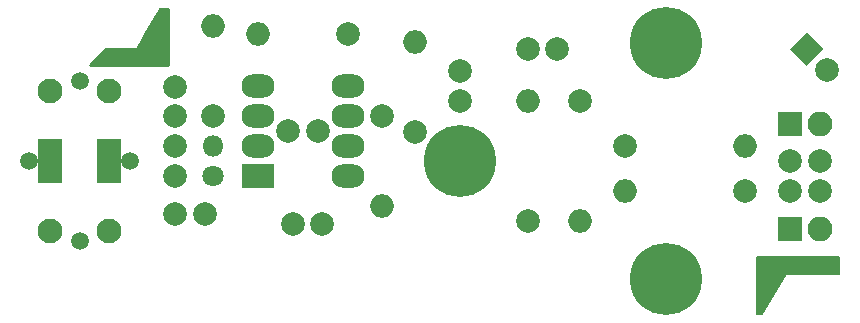
<source format=gbs>
G04 #@! TF.GenerationSoftware,KiCad,Pcbnew,(5.1.2-1)-1*
G04 #@! TF.CreationDate,2019-08-07T19:22:51+02:00*
G04 #@! TF.ProjectId,DIY_detector,4449595f-6465-4746-9563-746f722e6b69,V1.1*
G04 #@! TF.SameCoordinates,Original*
G04 #@! TF.FileFunction,Soldermask,Bot*
G04 #@! TF.FilePolarity,Negative*
%FSLAX46Y46*%
G04 Gerber Fmt 4.6, Leading zero omitted, Abs format (unit mm)*
G04 Created by KiCad (PCBNEW (5.1.2-1)-1) date 2019-08-07 19:22:51*
%MOMM*%
%LPD*%
G04 APERTURE LIST*
%ADD10R,2.100000X2.100000*%
%ADD11O,2.100000X2.100000*%
%ADD12C,2.000000*%
%ADD13O,2.000000X2.000000*%
%ADD14C,1.800000*%
%ADD15O,1.800000X1.800000*%
%ADD16R,2.800000X2.000000*%
%ADD17O,2.800000X2.000000*%
%ADD18C,0.100000*%
%ADD19C,6.100000*%
%ADD20C,2.100000*%
%ADD21C,1.500000*%
%ADD22C,0.150000*%
%ADD23C,0.254000*%
G04 APERTURE END LIST*
D10*
X165440000Y-118215000D03*
D11*
X167980000Y-118215000D03*
D10*
X165440000Y-109325000D03*
D11*
X167980000Y-109325000D03*
D12*
X151470000Y-111230000D03*
D13*
X161630000Y-111230000D03*
D12*
X161630000Y-115040000D03*
D13*
X151470000Y-115040000D03*
D12*
X167980000Y-112500000D03*
X167980000Y-115000000D03*
D14*
X116545000Y-113770000D03*
D15*
X116545000Y-111230000D03*
D16*
X120355000Y-113770000D03*
D17*
X127975000Y-106150000D03*
X120355000Y-111230000D03*
X127975000Y-108690000D03*
X120355000Y-108690000D03*
X127975000Y-111230000D03*
X120355000Y-106150000D03*
X127975000Y-113770000D03*
D12*
X166800000Y-103000000D03*
D18*
G36*
X165385786Y-103000000D02*
G01*
X166800000Y-101585786D01*
X168214214Y-103000000D01*
X166800000Y-104414214D01*
X165385786Y-103000000D01*
X165385786Y-103000000D01*
G37*
D12*
X168567767Y-104767767D03*
X113370000Y-111230000D03*
X113370000Y-113730000D03*
X113370000Y-116945000D03*
X115870000Y-116945000D03*
X113370000Y-108690000D03*
X113370000Y-106190000D03*
X123316000Y-117834000D03*
X125816000Y-117834000D03*
X125435000Y-109960000D03*
X122935000Y-109960000D03*
X137500000Y-104880000D03*
X137500000Y-107380000D03*
X143215000Y-102975000D03*
X145715000Y-102975000D03*
X165440000Y-112500000D03*
X165440000Y-115000000D03*
X116545000Y-108690000D03*
D13*
X116545000Y-101070000D03*
D12*
X130896000Y-108690000D03*
D13*
X130896000Y-116310000D03*
D12*
X133690000Y-110000000D03*
D13*
X133690000Y-102380000D03*
D12*
X128000000Y-101750000D03*
D13*
X120380000Y-101750000D03*
D19*
X137500000Y-112500000D03*
X154900000Y-122500000D03*
D20*
X107750000Y-118430000D03*
D10*
X107750000Y-113350000D03*
X107750000Y-111650000D03*
D20*
X107750000Y-106570000D03*
X102750000Y-106570000D03*
D10*
X102750000Y-111650000D03*
X102750000Y-113350000D03*
D20*
X102750000Y-118430000D03*
D12*
X143215000Y-117580000D03*
D13*
X143215000Y-107420000D03*
X147660000Y-117580000D03*
D12*
X147660000Y-107420000D03*
D21*
X105250000Y-105750000D03*
X109500000Y-112500000D03*
X101000000Y-112500000D03*
X105250000Y-119250000D03*
D19*
X154900000Y-102500000D03*
D22*
G36*
X169525000Y-122025000D02*
G01*
X165100000Y-122025000D01*
X165085368Y-122026441D01*
X165071299Y-122030709D01*
X165058332Y-122037640D01*
X165046967Y-122046967D01*
X165035355Y-122061973D01*
X163057104Y-125425000D01*
X162575000Y-125425000D01*
X162575000Y-120575000D01*
X169525000Y-120575000D01*
X169525000Y-122025000D01*
X169525000Y-122025000D01*
G37*
X169525000Y-122025000D02*
X165100000Y-122025000D01*
X165085368Y-122026441D01*
X165071299Y-122030709D01*
X165058332Y-122037640D01*
X165046967Y-122046967D01*
X165035355Y-122061973D01*
X163057104Y-125425000D01*
X162575000Y-125425000D01*
X162575000Y-120575000D01*
X169525000Y-120575000D01*
X169525000Y-122025000D01*
D23*
G36*
X112773000Y-104373000D02*
G01*
X106106606Y-104373000D01*
X107452606Y-103027000D01*
X110000000Y-103027000D01*
X110024776Y-103024560D01*
X110048601Y-103017333D01*
X110070557Y-103005597D01*
X110089803Y-102989803D01*
X110110267Y-102963010D01*
X110909595Y-101564186D01*
X112071907Y-99627000D01*
X112773000Y-99627000D01*
X112773000Y-104373000D01*
X112773000Y-104373000D01*
G37*
X112773000Y-104373000D02*
X106106606Y-104373000D01*
X107452606Y-103027000D01*
X110000000Y-103027000D01*
X110024776Y-103024560D01*
X110048601Y-103017333D01*
X110070557Y-103005597D01*
X110089803Y-102989803D01*
X110110267Y-102963010D01*
X110909595Y-101564186D01*
X112071907Y-99627000D01*
X112773000Y-99627000D01*
X112773000Y-104373000D01*
M02*

</source>
